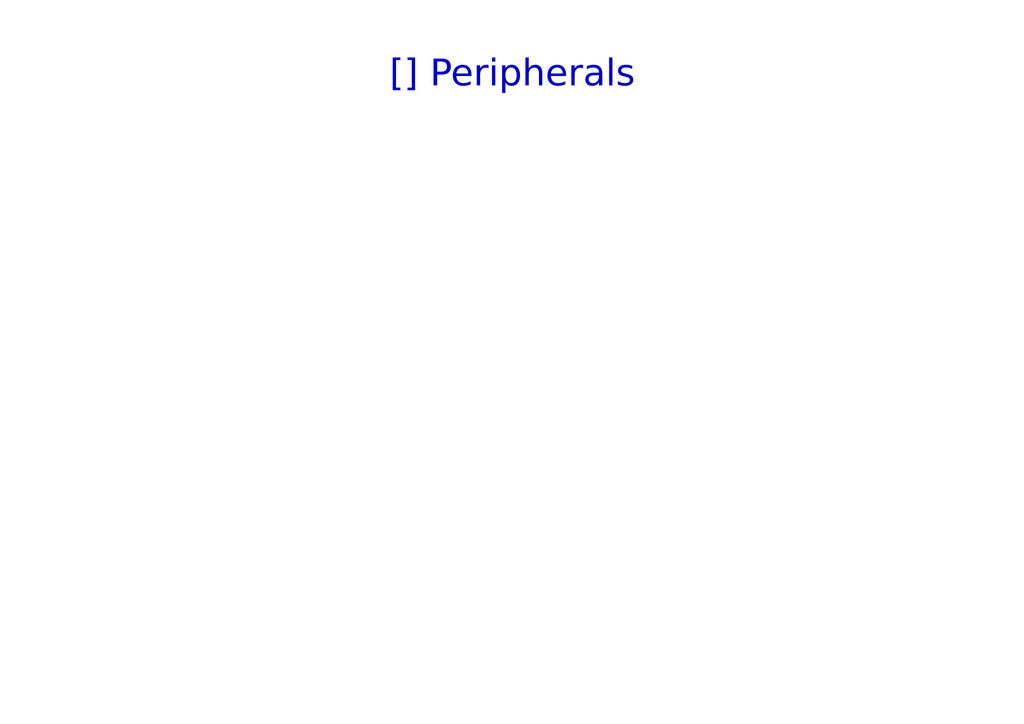
<source format=kicad_sch>
(kicad_sch
	(version 20231120)
	(generator "eeschema")
	(generator_version "8.0")
	(uuid "5dbd4b93-1264-4087-b8db-cd0b1b724c2c")
	(paper "A4")
	(title_block
		(title "Peripherals")
		(date "2025-09-01")
		(rev "0.1")
	)
	(lib_symbols)
	(text_box "[${#}] ${TITLE}"
		(exclude_from_sim no)
		(at 11.43 11.43 0)
		(size 274.32 22.86)
		(stroke
			(width -0.0001)
			(type default)
		)
		(fill
			(type none)
		)
		(effects
			(font
				(face "Arial")
				(size 7.62 7.62)
			)
			(justify top)
		)
		(uuid "277d2da8-42ee-4570-b7ee-201cafb09138")
	)
)

</source>
